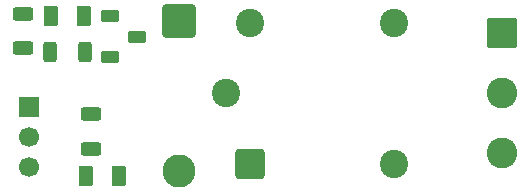
<source format=gbr>
%TF.GenerationSoftware,KiCad,Pcbnew,9.0.5*%
%TF.CreationDate,2025-12-25T11:21:18+05:30*%
%TF.ProjectId,Relay Module ( Single channel),52656c61-7920-44d6-9f64-756c65202820,v1.0*%
%TF.SameCoordinates,Original*%
%TF.FileFunction,Soldermask,Top*%
%TF.FilePolarity,Negative*%
%FSLAX46Y46*%
G04 Gerber Fmt 4.6, Leading zero omitted, Abs format (unit mm)*
G04 Created by KiCad (PCBNEW 9.0.5) date 2025-12-25 11:21:18*
%MOMM*%
%LPD*%
G01*
G04 APERTURE LIST*
G04 Aperture macros list*
%AMRoundRect*
0 Rectangle with rounded corners*
0 $1 Rounding radius*
0 $2 $3 $4 $5 $6 $7 $8 $9 X,Y pos of 4 corners*
0 Add a 4 corners polygon primitive as box body*
4,1,4,$2,$3,$4,$5,$6,$7,$8,$9,$2,$3,0*
0 Add four circle primitives for the rounded corners*
1,1,$1+$1,$2,$3*
1,1,$1+$1,$4,$5*
1,1,$1+$1,$6,$7*
1,1,$1+$1,$8,$9*
0 Add four rect primitives between the rounded corners*
20,1,$1+$1,$2,$3,$4,$5,0*
20,1,$1+$1,$4,$5,$6,$7,0*
20,1,$1+$1,$6,$7,$8,$9,0*
20,1,$1+$1,$8,$9,$2,$3,0*%
G04 Aperture macros list end*
%ADD10RoundRect,0.250000X0.375000X0.625000X-0.375000X0.625000X-0.375000X-0.625000X0.375000X-0.625000X0*%
%ADD11RoundRect,0.250000X-1.050000X1.050000X-1.050000X-1.050000X1.050000X-1.050000X1.050000X1.050000X0*%
%ADD12C,2.600000*%
%ADD13RoundRect,0.250001X-1.149999X1.149999X-1.149999X-1.149999X1.149999X-1.149999X1.149999X1.149999X0*%
%ADD14C,2.800000*%
%ADD15R,1.700000X1.700000*%
%ADD16C,1.700000*%
%ADD17C,2.400000*%
%ADD18RoundRect,0.250000X1.000000X-1.000000X1.000000X1.000000X-1.000000X1.000000X-1.000000X-1.000000X0*%
%ADD19RoundRect,0.250000X-0.625000X0.312500X-0.625000X-0.312500X0.625000X-0.312500X0.625000X0.312500X0*%
%ADD20RoundRect,0.250000X-0.312500X-0.625000X0.312500X-0.625000X0.312500X0.625000X-0.312500X0.625000X0*%
%ADD21RoundRect,0.250000X-0.550000X0.250000X-0.550000X-0.250000X0.550000X-0.250000X0.550000X0.250000X0*%
%ADD22RoundRect,0.250000X0.625000X-0.312500X0.625000X0.312500X-0.625000X0.312500X-0.625000X-0.312500X0*%
G04 APERTURE END LIST*
D10*
%TO.C,D2*%
X151243000Y-94505000D03*
X148443000Y-94505000D03*
%TD*%
D11*
%TO.C,J2*%
X186670500Y-95920000D03*
D12*
X186670500Y-101000000D03*
X186670500Y-106080000D03*
%TD*%
D13*
%TO.C,D1*%
X159343000Y-94905000D03*
D14*
X159343000Y-107605000D03*
%TD*%
D15*
%TO.C,J1*%
X146593000Y-102215000D03*
D16*
X146593000Y-104755000D03*
X146593000Y-107295000D03*
%TD*%
D10*
%TO.C,D3*%
X154243000Y-108005000D03*
X151443000Y-108005000D03*
%TD*%
D17*
%TO.C,K1*%
X163282000Y-101047500D03*
X177482000Y-95047500D03*
X177482000Y-107047500D03*
D18*
X165282000Y-107047500D03*
D17*
X165282000Y-95047500D03*
%TD*%
D19*
%TO.C,R2*%
X151843000Y-102792500D03*
X151843000Y-105717500D03*
%TD*%
D20*
%TO.C,R3*%
X148380500Y-97505000D03*
X151305500Y-97505000D03*
%TD*%
D21*
%TO.C,Q1*%
X153443000Y-94505000D03*
X155743000Y-96255000D03*
X153443000Y-98005000D03*
%TD*%
D22*
%TO.C,R1*%
X146093000Y-97217500D03*
X146093000Y-94292500D03*
%TD*%
M02*

</source>
